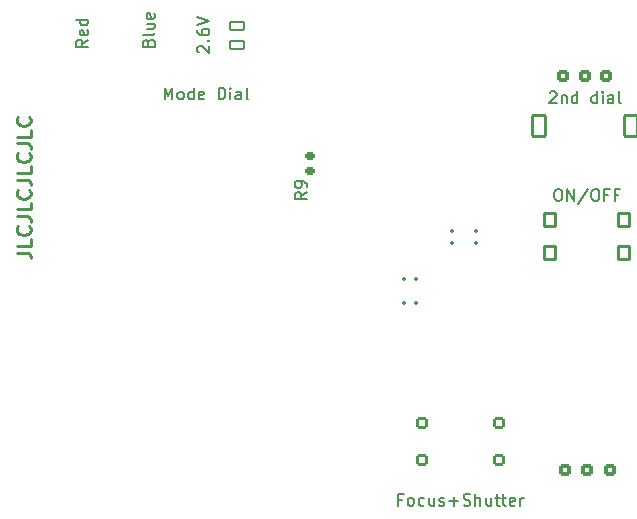
<source format=gto>
%TF.GenerationSoftware,KiCad,Pcbnew,9.0.3*%
%TF.CreationDate,2025-09-14T16:33:05+03:00*%
%TF.ProjectId,Right,52696768-742e-46b6-9963-61645f706362,rev?*%
%TF.SameCoordinates,Original*%
%TF.FileFunction,Legend,Top*%
%TF.FilePolarity,Positive*%
%FSLAX46Y46*%
G04 Gerber Fmt 4.6, Leading zero omitted, Abs format (unit mm)*
G04 Created by KiCad (PCBNEW 9.0.3) date 2025-09-14 16:33:05*
%MOMM*%
%LPD*%
G01*
G04 APERTURE LIST*
G04 Aperture macros list*
%AMRoundRect*
0 Rectangle with rounded corners*
0 $1 Rounding radius*
0 $2 $3 $4 $5 $6 $7 $8 $9 X,Y pos of 4 corners*
0 Add a 4 corners polygon primitive as box body*
4,1,4,$2,$3,$4,$5,$6,$7,$8,$9,$2,$3,0*
0 Add four circle primitives for the rounded corners*
1,1,$1+$1,$2,$3*
1,1,$1+$1,$4,$5*
1,1,$1+$1,$6,$7*
1,1,$1+$1,$8,$9*
0 Add four rect primitives between the rounded corners*
20,1,$1+$1,$2,$3,$4,$5,0*
20,1,$1+$1,$4,$5,$6,$7,0*
20,1,$1+$1,$6,$7,$8,$9,0*
20,1,$1+$1,$8,$9,$2,$3,0*%
%AMFreePoly0*
4,1,72,0.663536,1.453536,0.664990,1.450312,0.674986,1.290376,0.684974,1.180502,0.694961,1.090620,0.704950,1.010707,0.714943,0.940757,0.734918,0.820906,0.764878,0.671101,0.824807,0.431389,0.834743,0.401581,0.834851,0.401213,0.844807,0.361389,0.934706,0.091692,0.964677,0.011772,1.004608,-0.088058,1.034593,-0.158023,1.074525,-0.247870,1.184421,-0.467662,1.234361,-0.557554,
1.274329,-0.627498,1.334250,-0.727365,1.404218,-0.837317,1.405000,-0.840001,1.405000,-0.860000,1.403536,-0.863536,1.402936,-0.864047,-0.017064,-1.894047,-0.020786,-1.894938,-0.024047,-1.892936,-0.094096,-1.792867,-0.094218,-1.792684,-0.164258,-1.682620,-0.244258,-1.552620,-0.244341,-1.552480,-0.324341,-1.412481,-0.384389,-1.302394,-0.384472,-1.302236,-0.524472,-1.022236,-0.524569,-1.022031,
-0.564525,-0.932131,-0.574472,-0.912236,-0.574596,-0.911970,-0.634596,-0.771971,-0.634642,-0.771857,-0.694683,-0.621756,-0.724682,-0.541756,-0.784714,-0.371664,-0.824743,-0.251582,-0.824789,-0.251437,-0.854808,-0.151375,-0.894808,-0.011374,-0.894852,-0.011213,-0.954851,0.228787,-0.954893,0.228971,-0.994893,0.418970,-1.024932,0.579178,-1.044932,0.699179,-1.044950,0.699293,-1.054950,0.769293,
-1.074969,0.929448,-1.084969,1.019448,-1.084984,1.019585,-1.094983,1.139584,-1.104990,1.279688,-1.114990,1.439688,-1.115000,1.440000,-1.115000,1.450000,-1.113536,1.453535,-1.110000,1.455000,0.660000,1.455000,0.663536,1.453536,0.663536,1.453536,$1*%
%AMFreePoly1*
4,1,7,0.150000,0.330000,0.150000,-0.365000,-0.150000,-0.365000,-0.150000,0.330000,-0.050000,0.370000,0.050000,0.370000,0.150000,0.330000,0.150000,0.330000,$1*%
%AMFreePoly2*
4,1,7,0.120000,-0.275000,0.050000,-0.315000,-0.050000,-0.315000,-0.120000,-0.275000,-0.120000,0.300000,0.120000,0.300000,0.120000,-0.275000,0.120000,-0.275000,$1*%
G04 Aperture macros list end*
%ADD10C,0.250000*%
%ADD11C,0.150000*%
%ADD12C,0.100000*%
%ADD13RoundRect,0.111111X-0.388889X-0.288889X0.388889X-0.288889X0.388889X0.288889X-0.388889X0.288889X0*%
%ADD14R,2.000000X1.400000*%
%ADD15RoundRect,0.178571X-0.321429X-0.321429X0.321429X-0.321429X0.321429X0.321429X-0.321429X0.321429X0*%
%ADD16RoundRect,0.100000X-0.100000X-0.100000X0.100000X-0.100000X0.100000X0.100000X-0.100000X0.100000X0*%
%ADD17RoundRect,0.150000X0.065404X0.284117X-0.219913X0.191412X-0.065404X-0.284117X0.219913X-0.191412X0*%
%ADD18RoundRect,0.150000X-0.223220X-0.187544X0.060436X-0.285215X0.223220X0.187544X-0.060436X0.285215X0*%
%ADD19RoundRect,0.150000X-0.290824X-0.020521X-0.118752X-0.266267X0.290824X0.020521X0.118752X0.266267X0*%
%ADD20RoundRect,0.150000X-0.060436X-0.285215X0.223220X-0.187544X0.060436X0.285215X-0.223220X0.187544X0*%
%ADD21FreePoly0,324.000000*%
%ADD22FreePoly0,288.000000*%
%ADD23FreePoly0,252.000000*%
%ADD24FreePoly0,216.000000*%
%ADD25FreePoly0,180.000000*%
%ADD26FreePoly0,144.000000*%
%ADD27FreePoly0,108.000000*%
%ADD28FreePoly0,72.000000*%
%ADD29FreePoly0,36.000000*%
%ADD30FreePoly0,0.000000*%
%ADD31C,0.858836*%
%ADD32C,8.420022*%
%ADD33RoundRect,0.150000X0.219913X0.191412X-0.065404X0.284117X-0.219913X-0.191412X0.065404X-0.284117X0*%
%ADD34RoundRect,0.150000X0.250000X-0.150000X0.250000X0.150000X-0.250000X0.150000X-0.250000X-0.150000X0*%
%ADD35RoundRect,0.138889X-0.361111X-0.361111X0.361111X-0.361111X0.361111X0.361111X-0.361111X0.361111X0*%
%ADD36RoundRect,0.080000X-0.620000X0.320000X-0.620000X-0.320000X0.620000X-0.320000X0.620000X0.320000X0*%
%ADD37RoundRect,0.100000X0.100000X-0.100000X0.100000X0.100000X-0.100000X0.100000X-0.100000X-0.100000X0*%
%ADD38RoundRect,0.150000X0.290422X0.025594X0.114086X0.268299X-0.290422X-0.025594X-0.114086X-0.268299X0*%
%ADD39FreePoly1,0.000000*%
%ADD40FreePoly2,0.000000*%
%ADD41RoundRect,0.140000X0.560000X0.860000X-0.560000X0.860000X-0.560000X-0.860000X0.560000X-0.860000X0*%
%ADD42RoundRect,0.178571X0.321429X0.321429X-0.321429X0.321429X-0.321429X-0.321429X0.321429X-0.321429X0*%
%ADD43RoundRect,0.150000X-0.114086X0.268299X-0.290422X0.025594X0.114086X-0.268299X0.290422X-0.025594X0*%
%ADD44RoundRect,0.150000X0.118752X-0.266267X0.290824X-0.020521X-0.118752X0.266267X-0.290824X0.020521X0*%
%ADD45RoundRect,0.120000X0.480000X0.580000X-0.480000X0.580000X-0.480000X-0.580000X0.480000X-0.580000X0*%
G04 APERTURE END LIST*
D10*
X96950142Y-122032858D02*
X97807285Y-122032858D01*
X97807285Y-122032858D02*
X97978714Y-122090001D01*
X97978714Y-122090001D02*
X98093000Y-122204287D01*
X98093000Y-122204287D02*
X98150142Y-122375715D01*
X98150142Y-122375715D02*
X98150142Y-122490001D01*
X98150142Y-120890001D02*
X98150142Y-121461429D01*
X98150142Y-121461429D02*
X96950142Y-121461429D01*
X98035857Y-119804286D02*
X98093000Y-119861429D01*
X98093000Y-119861429D02*
X98150142Y-120032857D01*
X98150142Y-120032857D02*
X98150142Y-120147143D01*
X98150142Y-120147143D02*
X98093000Y-120318572D01*
X98093000Y-120318572D02*
X97978714Y-120432857D01*
X97978714Y-120432857D02*
X97864428Y-120490000D01*
X97864428Y-120490000D02*
X97635857Y-120547143D01*
X97635857Y-120547143D02*
X97464428Y-120547143D01*
X97464428Y-120547143D02*
X97235857Y-120490000D01*
X97235857Y-120490000D02*
X97121571Y-120432857D01*
X97121571Y-120432857D02*
X97007285Y-120318572D01*
X97007285Y-120318572D02*
X96950142Y-120147143D01*
X96950142Y-120147143D02*
X96950142Y-120032857D01*
X96950142Y-120032857D02*
X97007285Y-119861429D01*
X97007285Y-119861429D02*
X97064428Y-119804286D01*
X96950142Y-118947143D02*
X97807285Y-118947143D01*
X97807285Y-118947143D02*
X97978714Y-119004286D01*
X97978714Y-119004286D02*
X98093000Y-119118572D01*
X98093000Y-119118572D02*
X98150142Y-119290000D01*
X98150142Y-119290000D02*
X98150142Y-119404286D01*
X98150142Y-117804286D02*
X98150142Y-118375714D01*
X98150142Y-118375714D02*
X96950142Y-118375714D01*
X98035857Y-116718571D02*
X98093000Y-116775714D01*
X98093000Y-116775714D02*
X98150142Y-116947142D01*
X98150142Y-116947142D02*
X98150142Y-117061428D01*
X98150142Y-117061428D02*
X98093000Y-117232857D01*
X98093000Y-117232857D02*
X97978714Y-117347142D01*
X97978714Y-117347142D02*
X97864428Y-117404285D01*
X97864428Y-117404285D02*
X97635857Y-117461428D01*
X97635857Y-117461428D02*
X97464428Y-117461428D01*
X97464428Y-117461428D02*
X97235857Y-117404285D01*
X97235857Y-117404285D02*
X97121571Y-117347142D01*
X97121571Y-117347142D02*
X97007285Y-117232857D01*
X97007285Y-117232857D02*
X96950142Y-117061428D01*
X96950142Y-117061428D02*
X96950142Y-116947142D01*
X96950142Y-116947142D02*
X97007285Y-116775714D01*
X97007285Y-116775714D02*
X97064428Y-116718571D01*
X96950142Y-115861428D02*
X97807285Y-115861428D01*
X97807285Y-115861428D02*
X97978714Y-115918571D01*
X97978714Y-115918571D02*
X98093000Y-116032857D01*
X98093000Y-116032857D02*
X98150142Y-116204285D01*
X98150142Y-116204285D02*
X98150142Y-116318571D01*
X98150142Y-114718571D02*
X98150142Y-115289999D01*
X98150142Y-115289999D02*
X96950142Y-115289999D01*
X98035857Y-113632856D02*
X98093000Y-113689999D01*
X98093000Y-113689999D02*
X98150142Y-113861427D01*
X98150142Y-113861427D02*
X98150142Y-113975713D01*
X98150142Y-113975713D02*
X98093000Y-114147142D01*
X98093000Y-114147142D02*
X97978714Y-114261427D01*
X97978714Y-114261427D02*
X97864428Y-114318570D01*
X97864428Y-114318570D02*
X97635857Y-114375713D01*
X97635857Y-114375713D02*
X97464428Y-114375713D01*
X97464428Y-114375713D02*
X97235857Y-114318570D01*
X97235857Y-114318570D02*
X97121571Y-114261427D01*
X97121571Y-114261427D02*
X97007285Y-114147142D01*
X97007285Y-114147142D02*
X96950142Y-113975713D01*
X96950142Y-113975713D02*
X96950142Y-113861427D01*
X96950142Y-113861427D02*
X97007285Y-113689999D01*
X97007285Y-113689999D02*
X97064428Y-113632856D01*
X96950142Y-112775713D02*
X97807285Y-112775713D01*
X97807285Y-112775713D02*
X97978714Y-112832856D01*
X97978714Y-112832856D02*
X98093000Y-112947142D01*
X98093000Y-112947142D02*
X98150142Y-113118570D01*
X98150142Y-113118570D02*
X98150142Y-113232856D01*
X98150142Y-111632856D02*
X98150142Y-112204284D01*
X98150142Y-112204284D02*
X96950142Y-112204284D01*
X98035857Y-110547141D02*
X98093000Y-110604284D01*
X98093000Y-110604284D02*
X98150142Y-110775712D01*
X98150142Y-110775712D02*
X98150142Y-110889998D01*
X98150142Y-110889998D02*
X98093000Y-111061427D01*
X98093000Y-111061427D02*
X97978714Y-111175712D01*
X97978714Y-111175712D02*
X97864428Y-111232855D01*
X97864428Y-111232855D02*
X97635857Y-111289998D01*
X97635857Y-111289998D02*
X97464428Y-111289998D01*
X97464428Y-111289998D02*
X97235857Y-111232855D01*
X97235857Y-111232855D02*
X97121571Y-111175712D01*
X97121571Y-111175712D02*
X97007285Y-111061427D01*
X97007285Y-111061427D02*
X96950142Y-110889998D01*
X96950142Y-110889998D02*
X96950142Y-110775712D01*
X96950142Y-110775712D02*
X97007285Y-110604284D01*
X97007285Y-110604284D02*
X97064428Y-110547141D01*
D11*
X109470000Y-109064819D02*
X109470000Y-108064819D01*
X109470000Y-108064819D02*
X109803333Y-108779104D01*
X109803333Y-108779104D02*
X110136666Y-108064819D01*
X110136666Y-108064819D02*
X110136666Y-109064819D01*
X110755714Y-109064819D02*
X110660476Y-109017200D01*
X110660476Y-109017200D02*
X110612857Y-108969580D01*
X110612857Y-108969580D02*
X110565238Y-108874342D01*
X110565238Y-108874342D02*
X110565238Y-108588628D01*
X110565238Y-108588628D02*
X110612857Y-108493390D01*
X110612857Y-108493390D02*
X110660476Y-108445771D01*
X110660476Y-108445771D02*
X110755714Y-108398152D01*
X110755714Y-108398152D02*
X110898571Y-108398152D01*
X110898571Y-108398152D02*
X110993809Y-108445771D01*
X110993809Y-108445771D02*
X111041428Y-108493390D01*
X111041428Y-108493390D02*
X111089047Y-108588628D01*
X111089047Y-108588628D02*
X111089047Y-108874342D01*
X111089047Y-108874342D02*
X111041428Y-108969580D01*
X111041428Y-108969580D02*
X110993809Y-109017200D01*
X110993809Y-109017200D02*
X110898571Y-109064819D01*
X110898571Y-109064819D02*
X110755714Y-109064819D01*
X111946190Y-109064819D02*
X111946190Y-108064819D01*
X111946190Y-109017200D02*
X111850952Y-109064819D01*
X111850952Y-109064819D02*
X111660476Y-109064819D01*
X111660476Y-109064819D02*
X111565238Y-109017200D01*
X111565238Y-109017200D02*
X111517619Y-108969580D01*
X111517619Y-108969580D02*
X111470000Y-108874342D01*
X111470000Y-108874342D02*
X111470000Y-108588628D01*
X111470000Y-108588628D02*
X111517619Y-108493390D01*
X111517619Y-108493390D02*
X111565238Y-108445771D01*
X111565238Y-108445771D02*
X111660476Y-108398152D01*
X111660476Y-108398152D02*
X111850952Y-108398152D01*
X111850952Y-108398152D02*
X111946190Y-108445771D01*
X112803333Y-109017200D02*
X112708095Y-109064819D01*
X112708095Y-109064819D02*
X112517619Y-109064819D01*
X112517619Y-109064819D02*
X112422381Y-109017200D01*
X112422381Y-109017200D02*
X112374762Y-108921961D01*
X112374762Y-108921961D02*
X112374762Y-108541009D01*
X112374762Y-108541009D02*
X112422381Y-108445771D01*
X112422381Y-108445771D02*
X112517619Y-108398152D01*
X112517619Y-108398152D02*
X112708095Y-108398152D01*
X112708095Y-108398152D02*
X112803333Y-108445771D01*
X112803333Y-108445771D02*
X112850952Y-108541009D01*
X112850952Y-108541009D02*
X112850952Y-108636247D01*
X112850952Y-108636247D02*
X112374762Y-108731485D01*
X114041429Y-109064819D02*
X114041429Y-108064819D01*
X114041429Y-108064819D02*
X114279524Y-108064819D01*
X114279524Y-108064819D02*
X114422381Y-108112438D01*
X114422381Y-108112438D02*
X114517619Y-108207676D01*
X114517619Y-108207676D02*
X114565238Y-108302914D01*
X114565238Y-108302914D02*
X114612857Y-108493390D01*
X114612857Y-108493390D02*
X114612857Y-108636247D01*
X114612857Y-108636247D02*
X114565238Y-108826723D01*
X114565238Y-108826723D02*
X114517619Y-108921961D01*
X114517619Y-108921961D02*
X114422381Y-109017200D01*
X114422381Y-109017200D02*
X114279524Y-109064819D01*
X114279524Y-109064819D02*
X114041429Y-109064819D01*
X115041429Y-109064819D02*
X115041429Y-108398152D01*
X115041429Y-108064819D02*
X114993810Y-108112438D01*
X114993810Y-108112438D02*
X115041429Y-108160057D01*
X115041429Y-108160057D02*
X115089048Y-108112438D01*
X115089048Y-108112438D02*
X115041429Y-108064819D01*
X115041429Y-108064819D02*
X115041429Y-108160057D01*
X115946190Y-109064819D02*
X115946190Y-108541009D01*
X115946190Y-108541009D02*
X115898571Y-108445771D01*
X115898571Y-108445771D02*
X115803333Y-108398152D01*
X115803333Y-108398152D02*
X115612857Y-108398152D01*
X115612857Y-108398152D02*
X115517619Y-108445771D01*
X115946190Y-109017200D02*
X115850952Y-109064819D01*
X115850952Y-109064819D02*
X115612857Y-109064819D01*
X115612857Y-109064819D02*
X115517619Y-109017200D01*
X115517619Y-109017200D02*
X115470000Y-108921961D01*
X115470000Y-108921961D02*
X115470000Y-108826723D01*
X115470000Y-108826723D02*
X115517619Y-108731485D01*
X115517619Y-108731485D02*
X115612857Y-108683866D01*
X115612857Y-108683866D02*
X115850952Y-108683866D01*
X115850952Y-108683866D02*
X115946190Y-108636247D01*
X116565238Y-109064819D02*
X116470000Y-109017200D01*
X116470000Y-109017200D02*
X116422381Y-108921961D01*
X116422381Y-108921961D02*
X116422381Y-108064819D01*
X121494819Y-116916666D02*
X121018628Y-117249999D01*
X121494819Y-117488094D02*
X120494819Y-117488094D01*
X120494819Y-117488094D02*
X120494819Y-117107142D01*
X120494819Y-117107142D02*
X120542438Y-117011904D01*
X120542438Y-117011904D02*
X120590057Y-116964285D01*
X120590057Y-116964285D02*
X120685295Y-116916666D01*
X120685295Y-116916666D02*
X120828152Y-116916666D01*
X120828152Y-116916666D02*
X120923390Y-116964285D01*
X120923390Y-116964285D02*
X120971009Y-117011904D01*
X120971009Y-117011904D02*
X121018628Y-117107142D01*
X121018628Y-117107142D02*
X121018628Y-117488094D01*
X121494819Y-116440475D02*
X121494819Y-116249999D01*
X121494819Y-116249999D02*
X121447200Y-116154761D01*
X121447200Y-116154761D02*
X121399580Y-116107142D01*
X121399580Y-116107142D02*
X121256723Y-116011904D01*
X121256723Y-116011904D02*
X121066247Y-115964285D01*
X121066247Y-115964285D02*
X120685295Y-115964285D01*
X120685295Y-115964285D02*
X120590057Y-116011904D01*
X120590057Y-116011904D02*
X120542438Y-116059523D01*
X120542438Y-116059523D02*
X120494819Y-116154761D01*
X120494819Y-116154761D02*
X120494819Y-116345237D01*
X120494819Y-116345237D02*
X120542438Y-116440475D01*
X120542438Y-116440475D02*
X120590057Y-116488094D01*
X120590057Y-116488094D02*
X120685295Y-116535713D01*
X120685295Y-116535713D02*
X120923390Y-116535713D01*
X120923390Y-116535713D02*
X121018628Y-116488094D01*
X121018628Y-116488094D02*
X121066247Y-116440475D01*
X121066247Y-116440475D02*
X121113866Y-116345237D01*
X121113866Y-116345237D02*
X121113866Y-116154761D01*
X121113866Y-116154761D02*
X121066247Y-116059523D01*
X121066247Y-116059523D02*
X121018628Y-116011904D01*
X121018628Y-116011904D02*
X120923390Y-115964285D01*
X129595237Y-142941009D02*
X129261904Y-142941009D01*
X129261904Y-143464819D02*
X129261904Y-142464819D01*
X129261904Y-142464819D02*
X129738094Y-142464819D01*
X130261904Y-143464819D02*
X130166666Y-143417200D01*
X130166666Y-143417200D02*
X130119047Y-143369580D01*
X130119047Y-143369580D02*
X130071428Y-143274342D01*
X130071428Y-143274342D02*
X130071428Y-142988628D01*
X130071428Y-142988628D02*
X130119047Y-142893390D01*
X130119047Y-142893390D02*
X130166666Y-142845771D01*
X130166666Y-142845771D02*
X130261904Y-142798152D01*
X130261904Y-142798152D02*
X130404761Y-142798152D01*
X130404761Y-142798152D02*
X130499999Y-142845771D01*
X130499999Y-142845771D02*
X130547618Y-142893390D01*
X130547618Y-142893390D02*
X130595237Y-142988628D01*
X130595237Y-142988628D02*
X130595237Y-143274342D01*
X130595237Y-143274342D02*
X130547618Y-143369580D01*
X130547618Y-143369580D02*
X130499999Y-143417200D01*
X130499999Y-143417200D02*
X130404761Y-143464819D01*
X130404761Y-143464819D02*
X130261904Y-143464819D01*
X131452380Y-143417200D02*
X131357142Y-143464819D01*
X131357142Y-143464819D02*
X131166666Y-143464819D01*
X131166666Y-143464819D02*
X131071428Y-143417200D01*
X131071428Y-143417200D02*
X131023809Y-143369580D01*
X131023809Y-143369580D02*
X130976190Y-143274342D01*
X130976190Y-143274342D02*
X130976190Y-142988628D01*
X130976190Y-142988628D02*
X131023809Y-142893390D01*
X131023809Y-142893390D02*
X131071428Y-142845771D01*
X131071428Y-142845771D02*
X131166666Y-142798152D01*
X131166666Y-142798152D02*
X131357142Y-142798152D01*
X131357142Y-142798152D02*
X131452380Y-142845771D01*
X132309523Y-142798152D02*
X132309523Y-143464819D01*
X131880952Y-142798152D02*
X131880952Y-143321961D01*
X131880952Y-143321961D02*
X131928571Y-143417200D01*
X131928571Y-143417200D02*
X132023809Y-143464819D01*
X132023809Y-143464819D02*
X132166666Y-143464819D01*
X132166666Y-143464819D02*
X132261904Y-143417200D01*
X132261904Y-143417200D02*
X132309523Y-143369580D01*
X132738095Y-143417200D02*
X132833333Y-143464819D01*
X132833333Y-143464819D02*
X133023809Y-143464819D01*
X133023809Y-143464819D02*
X133119047Y-143417200D01*
X133119047Y-143417200D02*
X133166666Y-143321961D01*
X133166666Y-143321961D02*
X133166666Y-143274342D01*
X133166666Y-143274342D02*
X133119047Y-143179104D01*
X133119047Y-143179104D02*
X133023809Y-143131485D01*
X133023809Y-143131485D02*
X132880952Y-143131485D01*
X132880952Y-143131485D02*
X132785714Y-143083866D01*
X132785714Y-143083866D02*
X132738095Y-142988628D01*
X132738095Y-142988628D02*
X132738095Y-142941009D01*
X132738095Y-142941009D02*
X132785714Y-142845771D01*
X132785714Y-142845771D02*
X132880952Y-142798152D01*
X132880952Y-142798152D02*
X133023809Y-142798152D01*
X133023809Y-142798152D02*
X133119047Y-142845771D01*
X133595238Y-143083866D02*
X134357143Y-143083866D01*
X133976190Y-143464819D02*
X133976190Y-142702914D01*
X134785714Y-143417200D02*
X134928571Y-143464819D01*
X134928571Y-143464819D02*
X135166666Y-143464819D01*
X135166666Y-143464819D02*
X135261904Y-143417200D01*
X135261904Y-143417200D02*
X135309523Y-143369580D01*
X135309523Y-143369580D02*
X135357142Y-143274342D01*
X135357142Y-143274342D02*
X135357142Y-143179104D01*
X135357142Y-143179104D02*
X135309523Y-143083866D01*
X135309523Y-143083866D02*
X135261904Y-143036247D01*
X135261904Y-143036247D02*
X135166666Y-142988628D01*
X135166666Y-142988628D02*
X134976190Y-142941009D01*
X134976190Y-142941009D02*
X134880952Y-142893390D01*
X134880952Y-142893390D02*
X134833333Y-142845771D01*
X134833333Y-142845771D02*
X134785714Y-142750533D01*
X134785714Y-142750533D02*
X134785714Y-142655295D01*
X134785714Y-142655295D02*
X134833333Y-142560057D01*
X134833333Y-142560057D02*
X134880952Y-142512438D01*
X134880952Y-142512438D02*
X134976190Y-142464819D01*
X134976190Y-142464819D02*
X135214285Y-142464819D01*
X135214285Y-142464819D02*
X135357142Y-142512438D01*
X135785714Y-143464819D02*
X135785714Y-142464819D01*
X136214285Y-143464819D02*
X136214285Y-142941009D01*
X136214285Y-142941009D02*
X136166666Y-142845771D01*
X136166666Y-142845771D02*
X136071428Y-142798152D01*
X136071428Y-142798152D02*
X135928571Y-142798152D01*
X135928571Y-142798152D02*
X135833333Y-142845771D01*
X135833333Y-142845771D02*
X135785714Y-142893390D01*
X137119047Y-142798152D02*
X137119047Y-143464819D01*
X136690476Y-142798152D02*
X136690476Y-143321961D01*
X136690476Y-143321961D02*
X136738095Y-143417200D01*
X136738095Y-143417200D02*
X136833333Y-143464819D01*
X136833333Y-143464819D02*
X136976190Y-143464819D01*
X136976190Y-143464819D02*
X137071428Y-143417200D01*
X137071428Y-143417200D02*
X137119047Y-143369580D01*
X137452381Y-142798152D02*
X137833333Y-142798152D01*
X137595238Y-142464819D02*
X137595238Y-143321961D01*
X137595238Y-143321961D02*
X137642857Y-143417200D01*
X137642857Y-143417200D02*
X137738095Y-143464819D01*
X137738095Y-143464819D02*
X137833333Y-143464819D01*
X138023810Y-142798152D02*
X138404762Y-142798152D01*
X138166667Y-142464819D02*
X138166667Y-143321961D01*
X138166667Y-143321961D02*
X138214286Y-143417200D01*
X138214286Y-143417200D02*
X138309524Y-143464819D01*
X138309524Y-143464819D02*
X138404762Y-143464819D01*
X139119048Y-143417200D02*
X139023810Y-143464819D01*
X139023810Y-143464819D02*
X138833334Y-143464819D01*
X138833334Y-143464819D02*
X138738096Y-143417200D01*
X138738096Y-143417200D02*
X138690477Y-143321961D01*
X138690477Y-143321961D02*
X138690477Y-142941009D01*
X138690477Y-142941009D02*
X138738096Y-142845771D01*
X138738096Y-142845771D02*
X138833334Y-142798152D01*
X138833334Y-142798152D02*
X139023810Y-142798152D01*
X139023810Y-142798152D02*
X139119048Y-142845771D01*
X139119048Y-142845771D02*
X139166667Y-142941009D01*
X139166667Y-142941009D02*
X139166667Y-143036247D01*
X139166667Y-143036247D02*
X138690477Y-143131485D01*
X139595239Y-143464819D02*
X139595239Y-142798152D01*
X139595239Y-142988628D02*
X139642858Y-142893390D01*
X139642858Y-142893390D02*
X139690477Y-142845771D01*
X139690477Y-142845771D02*
X139785715Y-142798152D01*
X139785715Y-142798152D02*
X139880953Y-142798152D01*
X112350057Y-105078570D02*
X112302438Y-105030951D01*
X112302438Y-105030951D02*
X112254819Y-104935713D01*
X112254819Y-104935713D02*
X112254819Y-104697618D01*
X112254819Y-104697618D02*
X112302438Y-104602380D01*
X112302438Y-104602380D02*
X112350057Y-104554761D01*
X112350057Y-104554761D02*
X112445295Y-104507142D01*
X112445295Y-104507142D02*
X112540533Y-104507142D01*
X112540533Y-104507142D02*
X112683390Y-104554761D01*
X112683390Y-104554761D02*
X113254819Y-105126189D01*
X113254819Y-105126189D02*
X113254819Y-104507142D01*
X113159580Y-104078570D02*
X113207200Y-104030951D01*
X113207200Y-104030951D02*
X113254819Y-104078570D01*
X113254819Y-104078570D02*
X113207200Y-104126189D01*
X113207200Y-104126189D02*
X113159580Y-104078570D01*
X113159580Y-104078570D02*
X113254819Y-104078570D01*
X112254819Y-103173809D02*
X112254819Y-103364285D01*
X112254819Y-103364285D02*
X112302438Y-103459523D01*
X112302438Y-103459523D02*
X112350057Y-103507142D01*
X112350057Y-103507142D02*
X112492914Y-103602380D01*
X112492914Y-103602380D02*
X112683390Y-103649999D01*
X112683390Y-103649999D02*
X113064342Y-103649999D01*
X113064342Y-103649999D02*
X113159580Y-103602380D01*
X113159580Y-103602380D02*
X113207200Y-103554761D01*
X113207200Y-103554761D02*
X113254819Y-103459523D01*
X113254819Y-103459523D02*
X113254819Y-103269047D01*
X113254819Y-103269047D02*
X113207200Y-103173809D01*
X113207200Y-103173809D02*
X113159580Y-103126190D01*
X113159580Y-103126190D02*
X113064342Y-103078571D01*
X113064342Y-103078571D02*
X112826247Y-103078571D01*
X112826247Y-103078571D02*
X112731009Y-103126190D01*
X112731009Y-103126190D02*
X112683390Y-103173809D01*
X112683390Y-103173809D02*
X112635771Y-103269047D01*
X112635771Y-103269047D02*
X112635771Y-103459523D01*
X112635771Y-103459523D02*
X112683390Y-103554761D01*
X112683390Y-103554761D02*
X112731009Y-103602380D01*
X112731009Y-103602380D02*
X112826247Y-103649999D01*
X112254819Y-102792856D02*
X113254819Y-102459523D01*
X113254819Y-102459523D02*
X112254819Y-102126190D01*
X142093809Y-108480057D02*
X142141428Y-108432438D01*
X142141428Y-108432438D02*
X142236666Y-108384819D01*
X142236666Y-108384819D02*
X142474761Y-108384819D01*
X142474761Y-108384819D02*
X142569999Y-108432438D01*
X142569999Y-108432438D02*
X142617618Y-108480057D01*
X142617618Y-108480057D02*
X142665237Y-108575295D01*
X142665237Y-108575295D02*
X142665237Y-108670533D01*
X142665237Y-108670533D02*
X142617618Y-108813390D01*
X142617618Y-108813390D02*
X142046190Y-109384819D01*
X142046190Y-109384819D02*
X142665237Y-109384819D01*
X143093809Y-108718152D02*
X143093809Y-109384819D01*
X143093809Y-108813390D02*
X143141428Y-108765771D01*
X143141428Y-108765771D02*
X143236666Y-108718152D01*
X143236666Y-108718152D02*
X143379523Y-108718152D01*
X143379523Y-108718152D02*
X143474761Y-108765771D01*
X143474761Y-108765771D02*
X143522380Y-108861009D01*
X143522380Y-108861009D02*
X143522380Y-109384819D01*
X144427142Y-109384819D02*
X144427142Y-108384819D01*
X144427142Y-109337200D02*
X144331904Y-109384819D01*
X144331904Y-109384819D02*
X144141428Y-109384819D01*
X144141428Y-109384819D02*
X144046190Y-109337200D01*
X144046190Y-109337200D02*
X143998571Y-109289580D01*
X143998571Y-109289580D02*
X143950952Y-109194342D01*
X143950952Y-109194342D02*
X143950952Y-108908628D01*
X143950952Y-108908628D02*
X143998571Y-108813390D01*
X143998571Y-108813390D02*
X144046190Y-108765771D01*
X144046190Y-108765771D02*
X144141428Y-108718152D01*
X144141428Y-108718152D02*
X144331904Y-108718152D01*
X144331904Y-108718152D02*
X144427142Y-108765771D01*
X146093809Y-109384819D02*
X146093809Y-108384819D01*
X146093809Y-109337200D02*
X145998571Y-109384819D01*
X145998571Y-109384819D02*
X145808095Y-109384819D01*
X145808095Y-109384819D02*
X145712857Y-109337200D01*
X145712857Y-109337200D02*
X145665238Y-109289580D01*
X145665238Y-109289580D02*
X145617619Y-109194342D01*
X145617619Y-109194342D02*
X145617619Y-108908628D01*
X145617619Y-108908628D02*
X145665238Y-108813390D01*
X145665238Y-108813390D02*
X145712857Y-108765771D01*
X145712857Y-108765771D02*
X145808095Y-108718152D01*
X145808095Y-108718152D02*
X145998571Y-108718152D01*
X145998571Y-108718152D02*
X146093809Y-108765771D01*
X146570000Y-109384819D02*
X146570000Y-108718152D01*
X146570000Y-108384819D02*
X146522381Y-108432438D01*
X146522381Y-108432438D02*
X146570000Y-108480057D01*
X146570000Y-108480057D02*
X146617619Y-108432438D01*
X146617619Y-108432438D02*
X146570000Y-108384819D01*
X146570000Y-108384819D02*
X146570000Y-108480057D01*
X147474761Y-109384819D02*
X147474761Y-108861009D01*
X147474761Y-108861009D02*
X147427142Y-108765771D01*
X147427142Y-108765771D02*
X147331904Y-108718152D01*
X147331904Y-108718152D02*
X147141428Y-108718152D01*
X147141428Y-108718152D02*
X147046190Y-108765771D01*
X147474761Y-109337200D02*
X147379523Y-109384819D01*
X147379523Y-109384819D02*
X147141428Y-109384819D01*
X147141428Y-109384819D02*
X147046190Y-109337200D01*
X147046190Y-109337200D02*
X146998571Y-109241961D01*
X146998571Y-109241961D02*
X146998571Y-109146723D01*
X146998571Y-109146723D02*
X147046190Y-109051485D01*
X147046190Y-109051485D02*
X147141428Y-109003866D01*
X147141428Y-109003866D02*
X147379523Y-109003866D01*
X147379523Y-109003866D02*
X147474761Y-108956247D01*
X148093809Y-109384819D02*
X147998571Y-109337200D01*
X147998571Y-109337200D02*
X147950952Y-109241961D01*
X147950952Y-109241961D02*
X147950952Y-108384819D01*
X142716190Y-116664819D02*
X142906666Y-116664819D01*
X142906666Y-116664819D02*
X143001904Y-116712438D01*
X143001904Y-116712438D02*
X143097142Y-116807676D01*
X143097142Y-116807676D02*
X143144761Y-116998152D01*
X143144761Y-116998152D02*
X143144761Y-117331485D01*
X143144761Y-117331485D02*
X143097142Y-117521961D01*
X143097142Y-117521961D02*
X143001904Y-117617200D01*
X143001904Y-117617200D02*
X142906666Y-117664819D01*
X142906666Y-117664819D02*
X142716190Y-117664819D01*
X142716190Y-117664819D02*
X142620952Y-117617200D01*
X142620952Y-117617200D02*
X142525714Y-117521961D01*
X142525714Y-117521961D02*
X142478095Y-117331485D01*
X142478095Y-117331485D02*
X142478095Y-116998152D01*
X142478095Y-116998152D02*
X142525714Y-116807676D01*
X142525714Y-116807676D02*
X142620952Y-116712438D01*
X142620952Y-116712438D02*
X142716190Y-116664819D01*
X143573333Y-117664819D02*
X143573333Y-116664819D01*
X143573333Y-116664819D02*
X144144761Y-117664819D01*
X144144761Y-117664819D02*
X144144761Y-116664819D01*
X145335237Y-116617200D02*
X144478095Y-117902914D01*
X145859047Y-116664819D02*
X146049523Y-116664819D01*
X146049523Y-116664819D02*
X146144761Y-116712438D01*
X146144761Y-116712438D02*
X146239999Y-116807676D01*
X146239999Y-116807676D02*
X146287618Y-116998152D01*
X146287618Y-116998152D02*
X146287618Y-117331485D01*
X146287618Y-117331485D02*
X146239999Y-117521961D01*
X146239999Y-117521961D02*
X146144761Y-117617200D01*
X146144761Y-117617200D02*
X146049523Y-117664819D01*
X146049523Y-117664819D02*
X145859047Y-117664819D01*
X145859047Y-117664819D02*
X145763809Y-117617200D01*
X145763809Y-117617200D02*
X145668571Y-117521961D01*
X145668571Y-117521961D02*
X145620952Y-117331485D01*
X145620952Y-117331485D02*
X145620952Y-116998152D01*
X145620952Y-116998152D02*
X145668571Y-116807676D01*
X145668571Y-116807676D02*
X145763809Y-116712438D01*
X145763809Y-116712438D02*
X145859047Y-116664819D01*
X147049523Y-117141009D02*
X146716190Y-117141009D01*
X146716190Y-117664819D02*
X146716190Y-116664819D01*
X146716190Y-116664819D02*
X147192380Y-116664819D01*
X147906666Y-117141009D02*
X147573333Y-117141009D01*
X147573333Y-117664819D02*
X147573333Y-116664819D01*
X147573333Y-116664819D02*
X148049523Y-116664819D01*
X102984819Y-104021428D02*
X102508628Y-104354761D01*
X102984819Y-104592856D02*
X101984819Y-104592856D01*
X101984819Y-104592856D02*
X101984819Y-104211904D01*
X101984819Y-104211904D02*
X102032438Y-104116666D01*
X102032438Y-104116666D02*
X102080057Y-104069047D01*
X102080057Y-104069047D02*
X102175295Y-104021428D01*
X102175295Y-104021428D02*
X102318152Y-104021428D01*
X102318152Y-104021428D02*
X102413390Y-104069047D01*
X102413390Y-104069047D02*
X102461009Y-104116666D01*
X102461009Y-104116666D02*
X102508628Y-104211904D01*
X102508628Y-104211904D02*
X102508628Y-104592856D01*
X102937200Y-103211904D02*
X102984819Y-103307142D01*
X102984819Y-103307142D02*
X102984819Y-103497618D01*
X102984819Y-103497618D02*
X102937200Y-103592856D01*
X102937200Y-103592856D02*
X102841961Y-103640475D01*
X102841961Y-103640475D02*
X102461009Y-103640475D01*
X102461009Y-103640475D02*
X102365771Y-103592856D01*
X102365771Y-103592856D02*
X102318152Y-103497618D01*
X102318152Y-103497618D02*
X102318152Y-103307142D01*
X102318152Y-103307142D02*
X102365771Y-103211904D01*
X102365771Y-103211904D02*
X102461009Y-103164285D01*
X102461009Y-103164285D02*
X102556247Y-103164285D01*
X102556247Y-103164285D02*
X102651485Y-103640475D01*
X102984819Y-102307142D02*
X101984819Y-102307142D01*
X102937200Y-102307142D02*
X102984819Y-102402380D01*
X102984819Y-102402380D02*
X102984819Y-102592856D01*
X102984819Y-102592856D02*
X102937200Y-102688094D01*
X102937200Y-102688094D02*
X102889580Y-102735713D01*
X102889580Y-102735713D02*
X102794342Y-102783332D01*
X102794342Y-102783332D02*
X102508628Y-102783332D01*
X102508628Y-102783332D02*
X102413390Y-102735713D01*
X102413390Y-102735713D02*
X102365771Y-102688094D01*
X102365771Y-102688094D02*
X102318152Y-102592856D01*
X102318152Y-102592856D02*
X102318152Y-102402380D01*
X102318152Y-102402380D02*
X102365771Y-102307142D01*
X108111009Y-104261428D02*
X108158628Y-104118571D01*
X108158628Y-104118571D02*
X108206247Y-104070952D01*
X108206247Y-104070952D02*
X108301485Y-104023333D01*
X108301485Y-104023333D02*
X108444342Y-104023333D01*
X108444342Y-104023333D02*
X108539580Y-104070952D01*
X108539580Y-104070952D02*
X108587200Y-104118571D01*
X108587200Y-104118571D02*
X108634819Y-104213809D01*
X108634819Y-104213809D02*
X108634819Y-104594761D01*
X108634819Y-104594761D02*
X107634819Y-104594761D01*
X107634819Y-104594761D02*
X107634819Y-104261428D01*
X107634819Y-104261428D02*
X107682438Y-104166190D01*
X107682438Y-104166190D02*
X107730057Y-104118571D01*
X107730057Y-104118571D02*
X107825295Y-104070952D01*
X107825295Y-104070952D02*
X107920533Y-104070952D01*
X107920533Y-104070952D02*
X108015771Y-104118571D01*
X108015771Y-104118571D02*
X108063390Y-104166190D01*
X108063390Y-104166190D02*
X108111009Y-104261428D01*
X108111009Y-104261428D02*
X108111009Y-104594761D01*
X108634819Y-103451904D02*
X108587200Y-103547142D01*
X108587200Y-103547142D02*
X108491961Y-103594761D01*
X108491961Y-103594761D02*
X107634819Y-103594761D01*
X107968152Y-102642380D02*
X108634819Y-102642380D01*
X107968152Y-103070951D02*
X108491961Y-103070951D01*
X108491961Y-103070951D02*
X108587200Y-103023332D01*
X108587200Y-103023332D02*
X108634819Y-102928094D01*
X108634819Y-102928094D02*
X108634819Y-102785237D01*
X108634819Y-102785237D02*
X108587200Y-102689999D01*
X108587200Y-102689999D02*
X108539580Y-102642380D01*
X108587200Y-101785237D02*
X108634819Y-101880475D01*
X108634819Y-101880475D02*
X108634819Y-102070951D01*
X108634819Y-102070951D02*
X108587200Y-102166189D01*
X108587200Y-102166189D02*
X108491961Y-102213808D01*
X108491961Y-102213808D02*
X108111009Y-102213808D01*
X108111009Y-102213808D02*
X108015771Y-102166189D01*
X108015771Y-102166189D02*
X107968152Y-102070951D01*
X107968152Y-102070951D02*
X107968152Y-101880475D01*
X107968152Y-101880475D02*
X108015771Y-101785237D01*
X108015771Y-101785237D02*
X108111009Y-101737618D01*
X108111009Y-101737618D02*
X108206247Y-101737618D01*
X108206247Y-101737618D02*
X108301485Y-102213808D01*
%LPC*%
D12*
%TO.C,J1*%
X111990000Y-180220000D02*
X102890000Y-180220000D01*
X102890000Y-178520000D01*
X111990000Y-178520000D01*
X111990000Y-180220000D01*
G36*
X111990000Y-180220000D02*
G01*
X102890000Y-180220000D01*
X102890000Y-178520000D01*
X111990000Y-178520000D01*
X111990000Y-180220000D01*
G37*
%TD*%
D13*
%TO.C,SW4*%
X89390000Y-179840000D03*
X89390000Y-173040000D03*
X84930000Y-179840000D03*
X84930000Y-173040000D03*
%TD*%
D14*
%TO.C,J6*%
X91420000Y-110340000D03*
X91420000Y-108440000D03*
X91420000Y-106540000D03*
%TD*%
D15*
%TO.C,J5*%
X143380000Y-140480000D03*
X145280000Y-140480000D03*
X147180000Y-140480000D03*
%TD*%
D16*
%TO.C,U1*%
X129730000Y-124300000D03*
X129730000Y-126300000D03*
X130730000Y-124300000D03*
X130730000Y-126300000D03*
%TD*%
D17*
%TO.C,R6*%
X115830634Y-124654590D03*
X114679856Y-125028500D03*
%TD*%
D18*
%TO.C,R3*%
X114652689Y-110644659D03*
X115796766Y-111038597D03*
%TD*%
D19*
%TO.C,R4*%
X118615854Y-113018509D03*
X119309882Y-114009683D03*
%TD*%
D20*
%TO.C,R2*%
X110052689Y-111065341D03*
X111196766Y-110671403D03*
%TD*%
D21*
%TO.C,SW1*%
X107820000Y-116120000D03*
D22*
X109790000Y-113440000D03*
D23*
X112980000Y-112430000D03*
D24*
X116140000Y-113480000D03*
D25*
X118080000Y-116180000D03*
D26*
X118060000Y-119520000D03*
D27*
X116080000Y-122200000D03*
D28*
X112910000Y-123210000D03*
D29*
X109740000Y-122160000D03*
D30*
X107800000Y-119450000D03*
D31*
X109310000Y-117820000D03*
D32*
X112970000Y-117830000D03*
%TD*%
D33*
%TO.C,R7*%
X111250634Y-124995410D03*
X110099856Y-124621500D03*
%TD*%
D34*
%TO.C,R9*%
X121810000Y-115100000D03*
X121810000Y-113890000D03*
%TD*%
D35*
%TO.C,SW3*%
X131250000Y-136450000D03*
X131250000Y-139550000D03*
X137750000Y-136450000D03*
X137750000Y-139550000D03*
%TD*%
D36*
%TO.C,BT1*%
X115625000Y-102850000D03*
X115625000Y-104450000D03*
%TD*%
D37*
%TO.C,U2*%
X133800000Y-121220000D03*
X135800000Y-121220000D03*
X133800000Y-120220000D03*
X135800000Y-120220000D03*
%TD*%
D38*
%TO.C,R8*%
X107372671Y-122565410D03*
X106661451Y-121586500D03*
%TD*%
D39*
%TO.C,J1*%
X103240000Y-179730000D03*
D40*
X103490000Y-178980000D03*
D39*
X103734118Y-179730000D03*
D40*
X103983750Y-178980000D03*
D39*
X104228235Y-179730000D03*
D40*
X104477500Y-178980000D03*
D39*
X104722353Y-179730000D03*
D40*
X104971250Y-178980000D03*
D39*
X105216471Y-179730000D03*
D40*
X105465000Y-178980000D03*
D39*
X105710588Y-179730000D03*
D40*
X105958750Y-178980000D03*
D39*
X106204706Y-179730000D03*
D40*
X106452500Y-178980000D03*
D39*
X106698824Y-179730000D03*
D40*
X106950000Y-178980000D03*
D39*
X107192941Y-179730000D03*
D40*
X107440000Y-178980000D03*
D39*
X107687059Y-179730000D03*
D40*
X107933750Y-178980000D03*
D39*
X108181176Y-179730000D03*
D40*
X108427500Y-178980000D03*
D39*
X108675294Y-179730000D03*
D40*
X108921250Y-178980000D03*
D39*
X109169412Y-179730000D03*
D40*
X109420000Y-178980000D03*
D39*
X109663529Y-179730000D03*
D40*
X109908750Y-178980000D03*
D39*
X110157647Y-179730000D03*
D40*
X110402500Y-178980000D03*
D39*
X110651765Y-179730000D03*
D40*
X110896250Y-178980000D03*
D39*
X111145882Y-179730000D03*
D40*
X111390000Y-178980000D03*
D39*
X111640000Y-179730000D03*
%TD*%
D41*
%TO.C,RV1*%
X148950000Y-111300000D03*
D42*
X146870000Y-107120000D03*
X145040000Y-107100000D03*
X143220000Y-107100000D03*
D41*
X141140000Y-111290000D03*
%TD*%
D43*
%TO.C,R5*%
X119312671Y-121644590D03*
X118601451Y-122623500D03*
%TD*%
D44*
%TO.C,R1*%
X106655854Y-114001491D03*
X107349882Y-113010317D03*
%TD*%
D45*
%TO.C,SW2*%
X148340000Y-119260000D03*
X148340000Y-122050000D03*
X142110000Y-119280000D03*
X142110000Y-122040000D03*
%TD*%
%LPD*%
M02*

</source>
